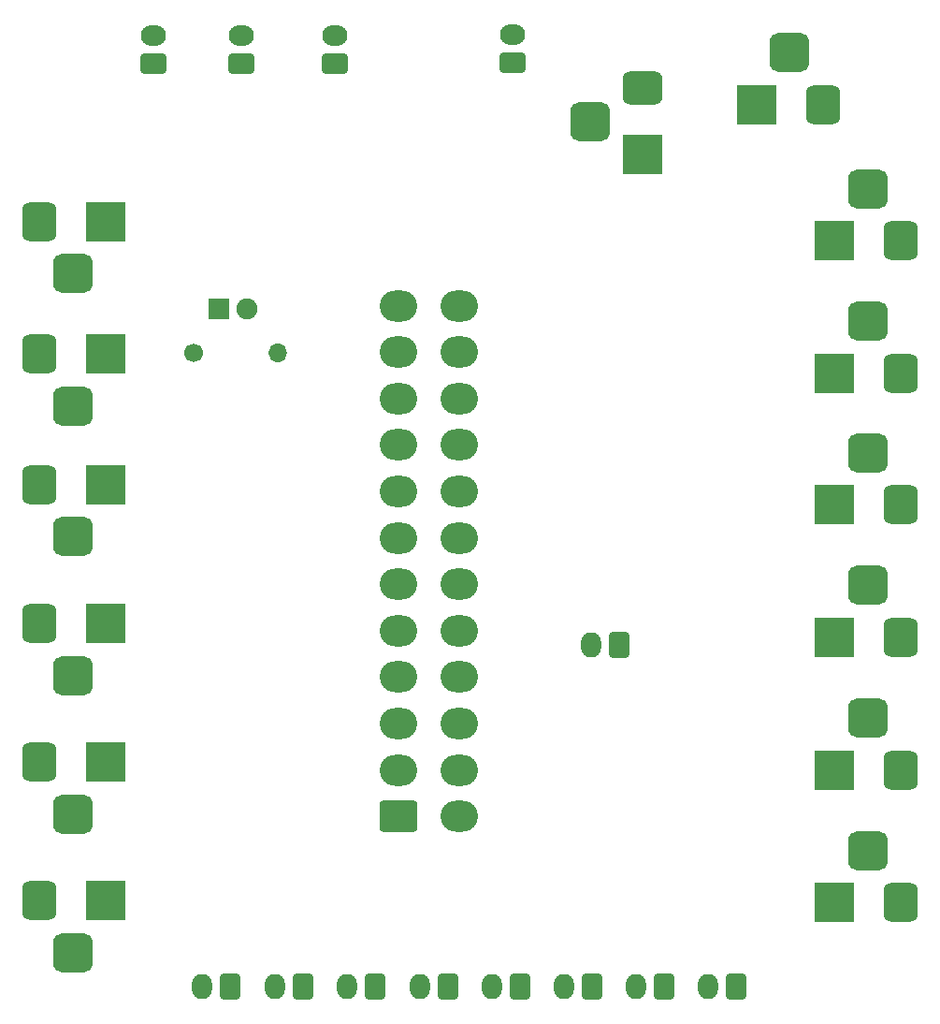
<source format=gbr>
%TF.GenerationSoftware,KiCad,Pcbnew,8.0.5*%
%TF.CreationDate,2025-01-01T08:30:29+10:00*%
%TF.ProjectId,a10 Power Distro PCB v1,61313020-506f-4776-9572-204469737472,rev?*%
%TF.SameCoordinates,Original*%
%TF.FileFunction,Soldermask,Top*%
%TF.FilePolarity,Negative*%
%FSLAX46Y46*%
G04 Gerber Fmt 4.6, Leading zero omitted, Abs format (unit mm)*
G04 Created by KiCad (PCBNEW 8.0.5) date 2025-01-01 08:30:29*
%MOMM*%
%LPD*%
G01*
G04 APERTURE LIST*
G04 Aperture macros list*
%AMRoundRect*
0 Rectangle with rounded corners*
0 $1 Rounding radius*
0 $2 $3 $4 $5 $6 $7 $8 $9 X,Y pos of 4 corners*
0 Add a 4 corners polygon primitive as box body*
4,1,4,$2,$3,$4,$5,$6,$7,$8,$9,$2,$3,0*
0 Add four circle primitives for the rounded corners*
1,1,$1+$1,$2,$3*
1,1,$1+$1,$4,$5*
1,1,$1+$1,$6,$7*
1,1,$1+$1,$8,$9*
0 Add four rect primitives between the rounded corners*
20,1,$1+$1,$2,$3,$4,$5,0*
20,1,$1+$1,$4,$5,$6,$7,0*
20,1,$1+$1,$6,$7,$8,$9,0*
20,1,$1+$1,$8,$9,$2,$3,0*%
G04 Aperture macros list end*
%ADD10RoundRect,0.050000X-1.750000X1.750000X-1.750000X-1.750000X1.750000X-1.750000X1.750000X1.750000X0*%
%ADD11RoundRect,0.775000X-1.025000X0.775000X-1.025000X-0.775000X1.025000X-0.775000X1.025000X0.775000X0*%
%ADD12RoundRect,0.900000X-0.900000X0.900000X-0.900000X-0.900000X0.900000X-0.900000X0.900000X0.900000X0*%
%ADD13RoundRect,0.264368X0.655632X0.880632X-0.655632X0.880632X-0.655632X-0.880632X0.655632X-0.880632X0*%
%ADD14O,1.840000X2.290000*%
%ADD15RoundRect,0.050000X1.750000X1.750000X-1.750000X1.750000X-1.750000X-1.750000X1.750000X-1.750000X0*%
%ADD16RoundRect,0.775000X0.775000X1.025000X-0.775000X1.025000X-0.775000X-1.025000X0.775000X-1.025000X0*%
%ADD17RoundRect,0.900000X0.900000X0.900000X-0.900000X0.900000X-0.900000X-0.900000X0.900000X-0.900000X0*%
%ADD18RoundRect,0.050000X-1.750000X-1.750000X1.750000X-1.750000X1.750000X1.750000X-1.750000X1.750000X0*%
%ADD19RoundRect,0.775000X-0.775000X-1.025000X0.775000X-1.025000X0.775000X1.025000X-0.775000X1.025000X0*%
%ADD20RoundRect,0.900000X-0.900000X-0.900000X0.900000X-0.900000X0.900000X0.900000X-0.900000X0.900000X0*%
%ADD21RoundRect,0.259260X1.440740X-1.140740X1.440740X1.140740X-1.440740X1.140740X-1.440740X-1.140740X0*%
%ADD22O,3.400000X2.800000*%
%ADD23RoundRect,0.264368X0.880632X-0.655632X0.880632X0.655632X-0.880632X0.655632X-0.880632X-0.655632X0*%
%ADD24O,2.290000X1.840000*%
%ADD25RoundRect,0.050000X-0.900000X-0.900000X0.900000X-0.900000X0.900000X0.900000X-0.900000X0.900000X0*%
%ADD26C,1.900000*%
%ADD27C,1.700000*%
%ADD28O,1.700000X1.700000*%
G04 APERTURE END LIST*
D10*
%TO.C,J22*%
X63307500Y-14475000D03*
D11*
X63307500Y-8475000D03*
D12*
X58607500Y-11475000D03*
%TD*%
D13*
%TO.C,J5*%
X52228200Y-89750800D03*
D14*
X49688200Y-89750800D03*
%TD*%
D13*
%TO.C,J13*%
X58762200Y-89700000D03*
D14*
X56222200Y-89700000D03*
%TD*%
D13*
%TO.C,J6*%
X65296100Y-89700000D03*
D14*
X62756100Y-89700000D03*
%TD*%
D13*
%TO.C,J14*%
X71830000Y-89700000D03*
D14*
X69290000Y-89700000D03*
%TD*%
D15*
%TO.C,J1*%
X80720000Y-34217500D03*
D16*
X86720000Y-34217500D03*
D17*
X83720000Y-29517500D03*
%TD*%
D15*
%TO.C,J16*%
X80720000Y-46147500D03*
D16*
X86720000Y-46147500D03*
D17*
X83720000Y-41447500D03*
%TD*%
D15*
%TO.C,J2*%
X80720000Y-58107500D03*
D16*
X86720000Y-58107500D03*
D17*
X83720000Y-53407500D03*
%TD*%
D15*
%TO.C,J17*%
X80720000Y-70117500D03*
D16*
X86720000Y-70117500D03*
D17*
X83720000Y-65417500D03*
%TD*%
D18*
%TO.C,J23*%
X14750000Y-44330000D03*
D19*
X8750000Y-44330000D03*
D20*
X11750000Y-49030000D03*
%TD*%
D18*
%TO.C,J8*%
X14750000Y-56865800D03*
D19*
X8750000Y-56865800D03*
D20*
X11750000Y-61565800D03*
%TD*%
D18*
%TO.C,J24*%
X14750000Y-69401600D03*
D19*
X8750000Y-69401600D03*
D20*
X11750000Y-74101600D03*
%TD*%
D21*
%TO.C,J29*%
X41237000Y-74330000D03*
D22*
X41237000Y-70130000D03*
X41237000Y-65930000D03*
X41237000Y-61730000D03*
X41237000Y-57530000D03*
X41237000Y-53330000D03*
X41237000Y-49130000D03*
X41237000Y-44930000D03*
X41237000Y-40730000D03*
X41237000Y-36530000D03*
X41237000Y-32330000D03*
X41237000Y-28130000D03*
X46737000Y-74330000D03*
X46737000Y-70130000D03*
X46737000Y-65930000D03*
X46737000Y-61730000D03*
X46737000Y-57530000D03*
X46737000Y-53330000D03*
X46737000Y-49130000D03*
X46737000Y-44930000D03*
X46737000Y-40730000D03*
X46737000Y-36530000D03*
X46737000Y-32330000D03*
X46737000Y-28130000D03*
%TD*%
D23*
%TO.C,J9*%
X27005600Y-6200000D03*
D24*
X27005600Y-3660000D03*
%TD*%
D23*
%TO.C,J26*%
X51595600Y-6160000D03*
D24*
X51595600Y-3620000D03*
%TD*%
D23*
%TO.C,J10*%
X19030000Y-6200000D03*
D24*
X19030000Y-3660000D03*
%TD*%
D13*
%TO.C,J28*%
X61190000Y-58820000D03*
D14*
X58650000Y-58820000D03*
%TD*%
D15*
%TO.C,J18*%
X80720000Y-82097500D03*
D16*
X86720000Y-82097500D03*
D17*
X83720000Y-77397500D03*
%TD*%
D18*
%TO.C,J25*%
X14750000Y-81937400D03*
D19*
X8750000Y-81937400D03*
D20*
X11750000Y-86637400D03*
%TD*%
D25*
%TO.C,D1*%
X24961000Y-28394000D03*
D26*
X27501000Y-28394000D03*
%TD*%
D27*
%TO.C,R1*%
X22681000Y-32394000D03*
D28*
X30301000Y-32394000D03*
%TD*%
D23*
%TO.C,J21*%
X35502000Y-6209600D03*
D24*
X35502000Y-3669600D03*
%TD*%
D13*
%TO.C,J19*%
X45694300Y-89750800D03*
D14*
X43154300Y-89750800D03*
%TD*%
D13*
%TO.C,J20*%
X39160400Y-89750800D03*
D14*
X36620400Y-89750800D03*
%TD*%
D13*
%TO.C,J7*%
X26010000Y-89720000D03*
D14*
X23470000Y-89720000D03*
%TD*%
D18*
%TO.C,J12*%
X14750000Y-20506700D03*
D19*
X8750000Y-20506700D03*
D20*
X11750000Y-25206700D03*
%TD*%
D13*
%TO.C,J15*%
X32630000Y-89740000D03*
D14*
X30090000Y-89740000D03*
%TD*%
D15*
%TO.C,J4*%
X73640000Y-9947500D03*
D16*
X79640000Y-9947500D03*
D17*
X76640000Y-5247500D03*
%TD*%
D15*
%TO.C,J3*%
X80720000Y-22277500D03*
D16*
X86720000Y-22277500D03*
D17*
X83720000Y-17577500D03*
%TD*%
D18*
%TO.C,J11*%
X14750000Y-32506700D03*
D19*
X8750000Y-32506700D03*
D20*
X11750000Y-37206700D03*
%TD*%
M02*

</source>
